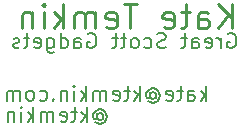
<source format=gbr>
G04 #@! TF.GenerationSoftware,KiCad,Pcbnew,(5.1.2-1)-1*
G04 #@! TF.CreationDate,2019-10-20T00:54:40-06:00*
G04 #@! TF.ProjectId,usb-target,7573622d-7461-4726-9765-742e6b696361,rev?*
G04 #@! TF.SameCoordinates,Original*
G04 #@! TF.FileFunction,Legend,Bot*
G04 #@! TF.FilePolarity,Positive*
%FSLAX46Y46*%
G04 Gerber Fmt 4.6, Leading zero omitted, Abs format (unit mm)*
G04 Created by KiCad (PCBNEW (5.1.2-1)-1) date 2019-10-20 00:54:40*
%MOMM*%
%LPD*%
G04 APERTURE LIST*
%ADD10C,0.203200*%
%ADD11C,0.254000*%
G04 APERTURE END LIST*
D10*
X87986809Y-84074000D02*
X88107761Y-84013523D01*
X88289190Y-84013523D01*
X88470619Y-84074000D01*
X88591571Y-84194952D01*
X88652047Y-84315904D01*
X88712523Y-84557809D01*
X88712523Y-84739238D01*
X88652047Y-84981142D01*
X88591571Y-85102095D01*
X88470619Y-85223047D01*
X88289190Y-85283523D01*
X88168238Y-85283523D01*
X87986809Y-85223047D01*
X87926333Y-85162571D01*
X87926333Y-84739238D01*
X88168238Y-84739238D01*
X87382047Y-85283523D02*
X87382047Y-84436857D01*
X87382047Y-84678761D02*
X87321571Y-84557809D01*
X87261095Y-84497333D01*
X87140142Y-84436857D01*
X87019190Y-84436857D01*
X86112047Y-85223047D02*
X86233000Y-85283523D01*
X86474904Y-85283523D01*
X86595857Y-85223047D01*
X86656333Y-85102095D01*
X86656333Y-84618285D01*
X86595857Y-84497333D01*
X86474904Y-84436857D01*
X86233000Y-84436857D01*
X86112047Y-84497333D01*
X86051571Y-84618285D01*
X86051571Y-84739238D01*
X86656333Y-84860190D01*
X84963000Y-85283523D02*
X84963000Y-84618285D01*
X85023476Y-84497333D01*
X85144428Y-84436857D01*
X85386333Y-84436857D01*
X85507285Y-84497333D01*
X84963000Y-85223047D02*
X85083952Y-85283523D01*
X85386333Y-85283523D01*
X85507285Y-85223047D01*
X85567761Y-85102095D01*
X85567761Y-84981142D01*
X85507285Y-84860190D01*
X85386333Y-84799714D01*
X85083952Y-84799714D01*
X84963000Y-84739238D01*
X84539666Y-84436857D02*
X84055857Y-84436857D01*
X84358238Y-84013523D02*
X84358238Y-85102095D01*
X84297761Y-85223047D01*
X84176809Y-85283523D01*
X84055857Y-85283523D01*
X82725380Y-85223047D02*
X82543952Y-85283523D01*
X82241571Y-85283523D01*
X82120619Y-85223047D01*
X82060142Y-85162571D01*
X81999666Y-85041619D01*
X81999666Y-84920666D01*
X82060142Y-84799714D01*
X82120619Y-84739238D01*
X82241571Y-84678761D01*
X82483476Y-84618285D01*
X82604428Y-84557809D01*
X82664904Y-84497333D01*
X82725380Y-84376380D01*
X82725380Y-84255428D01*
X82664904Y-84134476D01*
X82604428Y-84074000D01*
X82483476Y-84013523D01*
X82181095Y-84013523D01*
X81999666Y-84074000D01*
X80911095Y-85223047D02*
X81032047Y-85283523D01*
X81273952Y-85283523D01*
X81394904Y-85223047D01*
X81455380Y-85162571D01*
X81515857Y-85041619D01*
X81515857Y-84678761D01*
X81455380Y-84557809D01*
X81394904Y-84497333D01*
X81273952Y-84436857D01*
X81032047Y-84436857D01*
X80911095Y-84497333D01*
X80185380Y-85283523D02*
X80306333Y-85223047D01*
X80366809Y-85162571D01*
X80427285Y-85041619D01*
X80427285Y-84678761D01*
X80366809Y-84557809D01*
X80306333Y-84497333D01*
X80185380Y-84436857D01*
X80003952Y-84436857D01*
X79883000Y-84497333D01*
X79822523Y-84557809D01*
X79762047Y-84678761D01*
X79762047Y-85041619D01*
X79822523Y-85162571D01*
X79883000Y-85223047D01*
X80003952Y-85283523D01*
X80185380Y-85283523D01*
X79399190Y-84436857D02*
X78915380Y-84436857D01*
X79217761Y-84013523D02*
X79217761Y-85102095D01*
X79157285Y-85223047D01*
X79036333Y-85283523D01*
X78915380Y-85283523D01*
X78673476Y-84436857D02*
X78189666Y-84436857D01*
X78492047Y-84013523D02*
X78492047Y-85102095D01*
X78431571Y-85223047D01*
X78310619Y-85283523D01*
X78189666Y-85283523D01*
X76133476Y-84074000D02*
X76254428Y-84013523D01*
X76435857Y-84013523D01*
X76617285Y-84074000D01*
X76738238Y-84194952D01*
X76798714Y-84315904D01*
X76859190Y-84557809D01*
X76859190Y-84739238D01*
X76798714Y-84981142D01*
X76738238Y-85102095D01*
X76617285Y-85223047D01*
X76435857Y-85283523D01*
X76314904Y-85283523D01*
X76133476Y-85223047D01*
X76073000Y-85162571D01*
X76073000Y-84739238D01*
X76314904Y-84739238D01*
X74984428Y-85283523D02*
X74984428Y-84618285D01*
X75044904Y-84497333D01*
X75165857Y-84436857D01*
X75407761Y-84436857D01*
X75528714Y-84497333D01*
X74984428Y-85223047D02*
X75105380Y-85283523D01*
X75407761Y-85283523D01*
X75528714Y-85223047D01*
X75589190Y-85102095D01*
X75589190Y-84981142D01*
X75528714Y-84860190D01*
X75407761Y-84799714D01*
X75105380Y-84799714D01*
X74984428Y-84739238D01*
X73835380Y-85283523D02*
X73835380Y-84013523D01*
X73835380Y-85223047D02*
X73956333Y-85283523D01*
X74198238Y-85283523D01*
X74319190Y-85223047D01*
X74379666Y-85162571D01*
X74440142Y-85041619D01*
X74440142Y-84678761D01*
X74379666Y-84557809D01*
X74319190Y-84497333D01*
X74198238Y-84436857D01*
X73956333Y-84436857D01*
X73835380Y-84497333D01*
X72686333Y-84436857D02*
X72686333Y-85464952D01*
X72746809Y-85585904D01*
X72807285Y-85646380D01*
X72928238Y-85706857D01*
X73109666Y-85706857D01*
X73230619Y-85646380D01*
X72686333Y-85223047D02*
X72807285Y-85283523D01*
X73049190Y-85283523D01*
X73170142Y-85223047D01*
X73230619Y-85162571D01*
X73291095Y-85041619D01*
X73291095Y-84678761D01*
X73230619Y-84557809D01*
X73170142Y-84497333D01*
X73049190Y-84436857D01*
X72807285Y-84436857D01*
X72686333Y-84497333D01*
X71597761Y-85223047D02*
X71718714Y-85283523D01*
X71960619Y-85283523D01*
X72081571Y-85223047D01*
X72142047Y-85102095D01*
X72142047Y-84618285D01*
X72081571Y-84497333D01*
X71960619Y-84436857D01*
X71718714Y-84436857D01*
X71597761Y-84497333D01*
X71537285Y-84618285D01*
X71537285Y-84739238D01*
X72142047Y-84860190D01*
X71174428Y-84436857D02*
X70690619Y-84436857D01*
X70993000Y-84013523D02*
X70993000Y-85102095D01*
X70932523Y-85223047D01*
X70811571Y-85283523D01*
X70690619Y-85283523D01*
X70327761Y-85223047D02*
X70206809Y-85283523D01*
X69964904Y-85283523D01*
X69843952Y-85223047D01*
X69783476Y-85102095D01*
X69783476Y-85041619D01*
X69843952Y-84920666D01*
X69964904Y-84860190D01*
X70146333Y-84860190D01*
X70267285Y-84799714D01*
X70327761Y-84678761D01*
X70327761Y-84618285D01*
X70267285Y-84497333D01*
X70146333Y-84436857D01*
X69964904Y-84436857D01*
X69843952Y-84497333D01*
X76904184Y-90901761D02*
X76964660Y-90841285D01*
X77085613Y-90780809D01*
X77206565Y-90780809D01*
X77327518Y-90841285D01*
X77387994Y-90901761D01*
X77448470Y-91022714D01*
X77448470Y-91143666D01*
X77387994Y-91264619D01*
X77327518Y-91325095D01*
X77206565Y-91385571D01*
X77085613Y-91385571D01*
X76964660Y-91325095D01*
X76904184Y-91264619D01*
X76904184Y-90780809D02*
X76904184Y-91264619D01*
X76843708Y-91325095D01*
X76783232Y-91325095D01*
X76662280Y-91264619D01*
X76601803Y-91143666D01*
X76601803Y-90841285D01*
X76722756Y-90659857D01*
X76904184Y-90538904D01*
X77146089Y-90478428D01*
X77387994Y-90538904D01*
X77569422Y-90659857D01*
X77690375Y-90841285D01*
X77750851Y-91083190D01*
X77690375Y-91325095D01*
X77569422Y-91506523D01*
X77387994Y-91627476D01*
X77146089Y-91687952D01*
X76904184Y-91627476D01*
X76722756Y-91506523D01*
X76057518Y-91506523D02*
X76057518Y-90236523D01*
X75936565Y-91022714D02*
X75573708Y-91506523D01*
X75573708Y-90659857D02*
X76057518Y-91143666D01*
X75210851Y-90659857D02*
X74727041Y-90659857D01*
X75029422Y-90236523D02*
X75029422Y-91325095D01*
X74968946Y-91446047D01*
X74847994Y-91506523D01*
X74727041Y-91506523D01*
X73819899Y-91446047D02*
X73940851Y-91506523D01*
X74182756Y-91506523D01*
X74303708Y-91446047D01*
X74364184Y-91325095D01*
X74364184Y-90841285D01*
X74303708Y-90720333D01*
X74182756Y-90659857D01*
X73940851Y-90659857D01*
X73819899Y-90720333D01*
X73759422Y-90841285D01*
X73759422Y-90962238D01*
X74364184Y-91083190D01*
X73215137Y-91506523D02*
X73215137Y-90659857D01*
X73215137Y-90780809D02*
X73154660Y-90720333D01*
X73033708Y-90659857D01*
X72852280Y-90659857D01*
X72731327Y-90720333D01*
X72670851Y-90841285D01*
X72670851Y-91506523D01*
X72670851Y-90841285D02*
X72610375Y-90720333D01*
X72489422Y-90659857D01*
X72307994Y-90659857D01*
X72187041Y-90720333D01*
X72126565Y-90841285D01*
X72126565Y-91506523D01*
X71521803Y-91506523D02*
X71521803Y-90236523D01*
X71400851Y-91022714D02*
X71037994Y-91506523D01*
X71037994Y-90659857D02*
X71521803Y-91143666D01*
X70493708Y-91506523D02*
X70493708Y-90659857D01*
X70493708Y-90236523D02*
X70554184Y-90297000D01*
X70493708Y-90357476D01*
X70433232Y-90297000D01*
X70493708Y-90236523D01*
X70493708Y-90357476D01*
X69888946Y-90659857D02*
X69888946Y-91506523D01*
X69888946Y-90780809D02*
X69828470Y-90720333D01*
X69707518Y-90659857D01*
X69526089Y-90659857D01*
X69405137Y-90720333D01*
X69344660Y-90841285D01*
X69344660Y-91506523D01*
X86160428Y-89728523D02*
X86160428Y-88458523D01*
X86039476Y-89244714D02*
X85676619Y-89728523D01*
X85676619Y-88881857D02*
X86160428Y-89365666D01*
X84588047Y-89728523D02*
X84588047Y-89063285D01*
X84648523Y-88942333D01*
X84769476Y-88881857D01*
X85011380Y-88881857D01*
X85132333Y-88942333D01*
X84588047Y-89668047D02*
X84709000Y-89728523D01*
X85011380Y-89728523D01*
X85132333Y-89668047D01*
X85192809Y-89547095D01*
X85192809Y-89426142D01*
X85132333Y-89305190D01*
X85011380Y-89244714D01*
X84709000Y-89244714D01*
X84588047Y-89184238D01*
X84164714Y-88881857D02*
X83680904Y-88881857D01*
X83983285Y-88458523D02*
X83983285Y-89547095D01*
X83922809Y-89668047D01*
X83801857Y-89728523D01*
X83680904Y-89728523D01*
X82773761Y-89668047D02*
X82894714Y-89728523D01*
X83136619Y-89728523D01*
X83257571Y-89668047D01*
X83318047Y-89547095D01*
X83318047Y-89063285D01*
X83257571Y-88942333D01*
X83136619Y-88881857D01*
X82894714Y-88881857D01*
X82773761Y-88942333D01*
X82713285Y-89063285D01*
X82713285Y-89184238D01*
X83318047Y-89305190D01*
X81382809Y-89123761D02*
X81443285Y-89063285D01*
X81564238Y-89002809D01*
X81685190Y-89002809D01*
X81806142Y-89063285D01*
X81866619Y-89123761D01*
X81927095Y-89244714D01*
X81927095Y-89365666D01*
X81866619Y-89486619D01*
X81806142Y-89547095D01*
X81685190Y-89607571D01*
X81564238Y-89607571D01*
X81443285Y-89547095D01*
X81382809Y-89486619D01*
X81382809Y-89002809D02*
X81382809Y-89486619D01*
X81322333Y-89547095D01*
X81261857Y-89547095D01*
X81140904Y-89486619D01*
X81080428Y-89365666D01*
X81080428Y-89063285D01*
X81201380Y-88881857D01*
X81382809Y-88760904D01*
X81624714Y-88700428D01*
X81866619Y-88760904D01*
X82048047Y-88881857D01*
X82169000Y-89063285D01*
X82229476Y-89305190D01*
X82169000Y-89547095D01*
X82048047Y-89728523D01*
X81866619Y-89849476D01*
X81624714Y-89909952D01*
X81382809Y-89849476D01*
X81201380Y-89728523D01*
X80536142Y-89728523D02*
X80536142Y-88458523D01*
X80415190Y-89244714D02*
X80052333Y-89728523D01*
X80052333Y-88881857D02*
X80536142Y-89365666D01*
X79689476Y-88881857D02*
X79205666Y-88881857D01*
X79508047Y-88458523D02*
X79508047Y-89547095D01*
X79447571Y-89668047D01*
X79326619Y-89728523D01*
X79205666Y-89728523D01*
X78298523Y-89668047D02*
X78419476Y-89728523D01*
X78661380Y-89728523D01*
X78782333Y-89668047D01*
X78842809Y-89547095D01*
X78842809Y-89063285D01*
X78782333Y-88942333D01*
X78661380Y-88881857D01*
X78419476Y-88881857D01*
X78298523Y-88942333D01*
X78238047Y-89063285D01*
X78238047Y-89184238D01*
X78842809Y-89305190D01*
X77693761Y-89728523D02*
X77693761Y-88881857D01*
X77693761Y-89002809D02*
X77633285Y-88942333D01*
X77512333Y-88881857D01*
X77330904Y-88881857D01*
X77209952Y-88942333D01*
X77149476Y-89063285D01*
X77149476Y-89728523D01*
X77149476Y-89063285D02*
X77089000Y-88942333D01*
X76968047Y-88881857D01*
X76786619Y-88881857D01*
X76665666Y-88942333D01*
X76605190Y-89063285D01*
X76605190Y-89728523D01*
X76000428Y-89728523D02*
X76000428Y-88458523D01*
X75879476Y-89244714D02*
X75516619Y-89728523D01*
X75516619Y-88881857D02*
X76000428Y-89365666D01*
X74972333Y-89728523D02*
X74972333Y-88881857D01*
X74972333Y-88458523D02*
X75032809Y-88519000D01*
X74972333Y-88579476D01*
X74911857Y-88519000D01*
X74972333Y-88458523D01*
X74972333Y-88579476D01*
X74367571Y-88881857D02*
X74367571Y-89728523D01*
X74367571Y-89002809D02*
X74307095Y-88942333D01*
X74186142Y-88881857D01*
X74004714Y-88881857D01*
X73883761Y-88942333D01*
X73823285Y-89063285D01*
X73823285Y-89728523D01*
X73218523Y-89607571D02*
X73158047Y-89668047D01*
X73218523Y-89728523D01*
X73279000Y-89668047D01*
X73218523Y-89607571D01*
X73218523Y-89728523D01*
X72069476Y-89668047D02*
X72190428Y-89728523D01*
X72432333Y-89728523D01*
X72553285Y-89668047D01*
X72613761Y-89607571D01*
X72674238Y-89486619D01*
X72674238Y-89123761D01*
X72613761Y-89002809D01*
X72553285Y-88942333D01*
X72432333Y-88881857D01*
X72190428Y-88881857D01*
X72069476Y-88942333D01*
X71343761Y-89728523D02*
X71464714Y-89668047D01*
X71525190Y-89607571D01*
X71585666Y-89486619D01*
X71585666Y-89123761D01*
X71525190Y-89002809D01*
X71464714Y-88942333D01*
X71343761Y-88881857D01*
X71162333Y-88881857D01*
X71041380Y-88942333D01*
X70980904Y-89002809D01*
X70920428Y-89123761D01*
X70920428Y-89486619D01*
X70980904Y-89607571D01*
X71041380Y-89668047D01*
X71162333Y-89728523D01*
X71343761Y-89728523D01*
X70376142Y-89728523D02*
X70376142Y-88881857D01*
X70376142Y-89002809D02*
X70315666Y-88942333D01*
X70194714Y-88881857D01*
X70013285Y-88881857D01*
X69892333Y-88942333D01*
X69831857Y-89063285D01*
X69831857Y-89728523D01*
X69831857Y-89063285D02*
X69771380Y-88942333D01*
X69650428Y-88881857D01*
X69469000Y-88881857D01*
X69348047Y-88942333D01*
X69287571Y-89063285D01*
X69287571Y-89728523D01*
D11*
X88353295Y-83596238D02*
X88353295Y-81564238D01*
X87192152Y-83596238D02*
X88063009Y-82435095D01*
X87192152Y-81564238D02*
X88353295Y-82725380D01*
X85450438Y-83596238D02*
X85450438Y-82531857D01*
X85547200Y-82338333D01*
X85740723Y-82241571D01*
X86127771Y-82241571D01*
X86321295Y-82338333D01*
X85450438Y-83499476D02*
X85643961Y-83596238D01*
X86127771Y-83596238D01*
X86321295Y-83499476D01*
X86418057Y-83305952D01*
X86418057Y-83112428D01*
X86321295Y-82918904D01*
X86127771Y-82822142D01*
X85643961Y-82822142D01*
X85450438Y-82725380D01*
X84773104Y-82241571D02*
X83999009Y-82241571D01*
X84482819Y-81564238D02*
X84482819Y-83305952D01*
X84386057Y-83499476D01*
X84192533Y-83596238D01*
X83999009Y-83596238D01*
X82547580Y-83499476D02*
X82741104Y-83596238D01*
X83128152Y-83596238D01*
X83321676Y-83499476D01*
X83418438Y-83305952D01*
X83418438Y-82531857D01*
X83321676Y-82338333D01*
X83128152Y-82241571D01*
X82741104Y-82241571D01*
X82547580Y-82338333D01*
X82450819Y-82531857D01*
X82450819Y-82725380D01*
X83418438Y-82918904D01*
X80322057Y-81564238D02*
X79160914Y-81564238D01*
X79741485Y-83596238D02*
X79741485Y-81564238D01*
X77709485Y-83499476D02*
X77903009Y-83596238D01*
X78290057Y-83596238D01*
X78483580Y-83499476D01*
X78580342Y-83305952D01*
X78580342Y-82531857D01*
X78483580Y-82338333D01*
X78290057Y-82241571D01*
X77903009Y-82241571D01*
X77709485Y-82338333D01*
X77612723Y-82531857D01*
X77612723Y-82725380D01*
X78580342Y-82918904D01*
X76741866Y-83596238D02*
X76741866Y-82241571D01*
X76741866Y-82435095D02*
X76645104Y-82338333D01*
X76451580Y-82241571D01*
X76161295Y-82241571D01*
X75967771Y-82338333D01*
X75871009Y-82531857D01*
X75871009Y-83596238D01*
X75871009Y-82531857D02*
X75774247Y-82338333D01*
X75580723Y-82241571D01*
X75290438Y-82241571D01*
X75096914Y-82338333D01*
X75000152Y-82531857D01*
X75000152Y-83596238D01*
X74032533Y-83596238D02*
X74032533Y-81564238D01*
X73839009Y-82822142D02*
X73258438Y-83596238D01*
X73258438Y-82241571D02*
X74032533Y-83015666D01*
X72387580Y-83596238D02*
X72387580Y-82241571D01*
X72387580Y-81564238D02*
X72484342Y-81661000D01*
X72387580Y-81757761D01*
X72290819Y-81661000D01*
X72387580Y-81564238D01*
X72387580Y-81757761D01*
X71419961Y-82241571D02*
X71419961Y-83596238D01*
X71419961Y-82435095D02*
X71323200Y-82338333D01*
X71129676Y-82241571D01*
X70839390Y-82241571D01*
X70645866Y-82338333D01*
X70549104Y-82531857D01*
X70549104Y-83596238D01*
M02*

</source>
